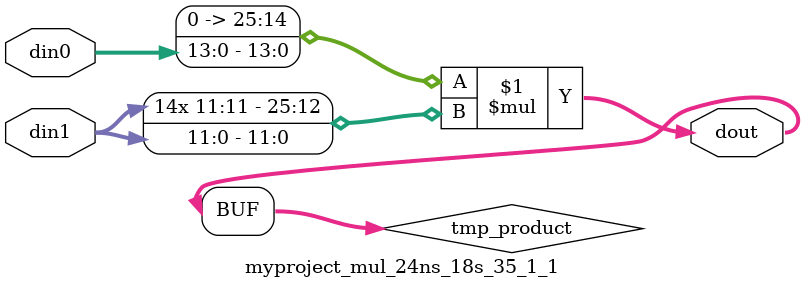
<source format=v>

`timescale 1 ns / 1 ps

  module myproject_mul_24ns_18s_35_1_1(din0, din1, dout);
parameter ID = 1;
parameter NUM_STAGE = 0;
parameter din0_WIDTH = 14;
parameter din1_WIDTH = 12;
parameter dout_WIDTH = 26;

input [din0_WIDTH - 1 : 0] din0; 
input [din1_WIDTH - 1 : 0] din1; 
output [dout_WIDTH - 1 : 0] dout;

wire signed [dout_WIDTH - 1 : 0] tmp_product;











assign tmp_product = $signed({1'b0, din0}) * $signed(din1);










assign dout = tmp_product;







endmodule

</source>
